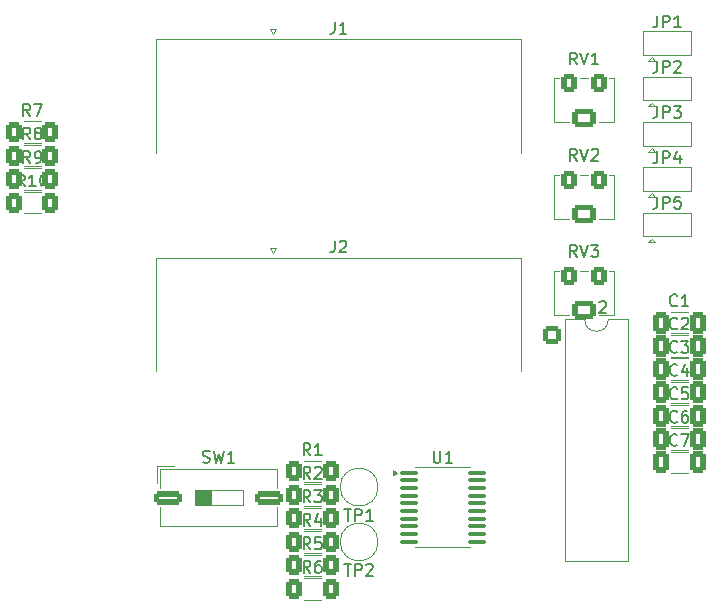
<source format=gbr>
%TF.GenerationSoftware,KiCad,Pcbnew,9.0.6*%
%TF.CreationDate,2026-01-17T14:07:05+01:00*%
%TF.ProjectId,icncconv,69636e63-636f-46e7-962e-6b696361645f,rev?*%
%TF.SameCoordinates,Original*%
%TF.FileFunction,Legend,Top*%
%TF.FilePolarity,Positive*%
%FSLAX46Y46*%
G04 Gerber Fmt 4.6, Leading zero omitted, Abs format (unit mm)*
G04 Created by KiCad (PCBNEW 9.0.6) date 2026-01-17 14:07:05*
%MOMM*%
%LPD*%
G01*
G04 APERTURE LIST*
G04 Aperture macros list*
%AMRoundRect*
0 Rectangle with rounded corners*
0 $1 Rounding radius*
0 $2 $3 $4 $5 $6 $7 $8 $9 X,Y pos of 4 corners*
0 Add a 4 corners polygon primitive as box body*
4,1,4,$2,$3,$4,$5,$6,$7,$8,$9,$2,$3,0*
0 Add four circle primitives for the rounded corners*
1,1,$1+$1,$2,$3*
1,1,$1+$1,$4,$5*
1,1,$1+$1,$6,$7*
1,1,$1+$1,$8,$9*
0 Add four rect primitives between the rounded corners*
20,1,$1+$1,$2,$3,$4,$5,0*
20,1,$1+$1,$4,$5,$6,$7,0*
20,1,$1+$1,$6,$7,$8,$9,0*
20,1,$1+$1,$8,$9,$2,$3,0*%
G04 Aperture macros list end*
%ADD10C,0.150000*%
%ADD11C,0.120000*%
%ADD12RoundRect,0.250000X-0.400000X-0.550000X0.400000X-0.550000X0.400000X0.550000X-0.400000X0.550000X0*%
%ADD13RoundRect,0.250000X-0.750000X-0.550000X0.750000X-0.550000X0.750000X0.550000X-0.750000X0.550000X0*%
%ADD14RoundRect,0.250000X-0.400000X-0.625000X0.400000X-0.625000X0.400000X0.625000X-0.400000X0.625000X0*%
%ADD15RoundRect,0.250000X-0.412500X-0.650000X0.412500X-0.650000X0.412500X0.650000X-0.412500X0.650000X0*%
%ADD16RoundRect,0.250000X-0.550000X-0.550000X0.550000X-0.550000X0.550000X0.550000X-0.550000X0.550000X0*%
%ADD17C,1.600000*%
%ADD18RoundRect,0.100000X-0.637500X-0.100000X0.637500X-0.100000X0.637500X0.100000X-0.637500X0.100000X0*%
%ADD19C,2.600000*%
%ADD20RoundRect,0.250000X-0.970000X-0.310000X0.970000X-0.310000X0.970000X0.310000X-0.970000X0.310000X0*%
%ADD21R,1.000000X1.500000*%
%ADD22C,4.000000*%
%ADD23R,1.600000X1.600000*%
G04 APERTURE END LIST*
D10*
X180034761Y-104094819D02*
X179701428Y-103618628D01*
X179463333Y-104094819D02*
X179463333Y-103094819D01*
X179463333Y-103094819D02*
X179844285Y-103094819D01*
X179844285Y-103094819D02*
X179939523Y-103142438D01*
X179939523Y-103142438D02*
X179987142Y-103190057D01*
X179987142Y-103190057D02*
X180034761Y-103285295D01*
X180034761Y-103285295D02*
X180034761Y-103428152D01*
X180034761Y-103428152D02*
X179987142Y-103523390D01*
X179987142Y-103523390D02*
X179939523Y-103571009D01*
X179939523Y-103571009D02*
X179844285Y-103618628D01*
X179844285Y-103618628D02*
X179463333Y-103618628D01*
X180320476Y-103094819D02*
X180653809Y-104094819D01*
X180653809Y-104094819D02*
X180987142Y-103094819D01*
X181225238Y-103094819D02*
X181844285Y-103094819D01*
X181844285Y-103094819D02*
X181510952Y-103475771D01*
X181510952Y-103475771D02*
X181653809Y-103475771D01*
X181653809Y-103475771D02*
X181749047Y-103523390D01*
X181749047Y-103523390D02*
X181796666Y-103571009D01*
X181796666Y-103571009D02*
X181844285Y-103666247D01*
X181844285Y-103666247D02*
X181844285Y-103904342D01*
X181844285Y-103904342D02*
X181796666Y-103999580D01*
X181796666Y-103999580D02*
X181749047Y-104047200D01*
X181749047Y-104047200D02*
X181653809Y-104094819D01*
X181653809Y-104094819D02*
X181368095Y-104094819D01*
X181368095Y-104094819D02*
X181272857Y-104047200D01*
X181272857Y-104047200D02*
X181225238Y-103999580D01*
X180034761Y-95944819D02*
X179701428Y-95468628D01*
X179463333Y-95944819D02*
X179463333Y-94944819D01*
X179463333Y-94944819D02*
X179844285Y-94944819D01*
X179844285Y-94944819D02*
X179939523Y-94992438D01*
X179939523Y-94992438D02*
X179987142Y-95040057D01*
X179987142Y-95040057D02*
X180034761Y-95135295D01*
X180034761Y-95135295D02*
X180034761Y-95278152D01*
X180034761Y-95278152D02*
X179987142Y-95373390D01*
X179987142Y-95373390D02*
X179939523Y-95421009D01*
X179939523Y-95421009D02*
X179844285Y-95468628D01*
X179844285Y-95468628D02*
X179463333Y-95468628D01*
X180320476Y-94944819D02*
X180653809Y-95944819D01*
X180653809Y-95944819D02*
X180987142Y-94944819D01*
X181272857Y-95040057D02*
X181320476Y-94992438D01*
X181320476Y-94992438D02*
X181415714Y-94944819D01*
X181415714Y-94944819D02*
X181653809Y-94944819D01*
X181653809Y-94944819D02*
X181749047Y-94992438D01*
X181749047Y-94992438D02*
X181796666Y-95040057D01*
X181796666Y-95040057D02*
X181844285Y-95135295D01*
X181844285Y-95135295D02*
X181844285Y-95230533D01*
X181844285Y-95230533D02*
X181796666Y-95373390D01*
X181796666Y-95373390D02*
X181225238Y-95944819D01*
X181225238Y-95944819D02*
X181844285Y-95944819D01*
X180034761Y-87794819D02*
X179701428Y-87318628D01*
X179463333Y-87794819D02*
X179463333Y-86794819D01*
X179463333Y-86794819D02*
X179844285Y-86794819D01*
X179844285Y-86794819D02*
X179939523Y-86842438D01*
X179939523Y-86842438D02*
X179987142Y-86890057D01*
X179987142Y-86890057D02*
X180034761Y-86985295D01*
X180034761Y-86985295D02*
X180034761Y-87128152D01*
X180034761Y-87128152D02*
X179987142Y-87223390D01*
X179987142Y-87223390D02*
X179939523Y-87271009D01*
X179939523Y-87271009D02*
X179844285Y-87318628D01*
X179844285Y-87318628D02*
X179463333Y-87318628D01*
X180320476Y-86794819D02*
X180653809Y-87794819D01*
X180653809Y-87794819D02*
X180987142Y-86794819D01*
X181844285Y-87794819D02*
X181272857Y-87794819D01*
X181558571Y-87794819D02*
X181558571Y-86794819D01*
X181558571Y-86794819D02*
X181463333Y-86937676D01*
X181463333Y-86937676D02*
X181368095Y-87032914D01*
X181368095Y-87032914D02*
X181272857Y-87080533D01*
X133259642Y-98124819D02*
X132926309Y-97648628D01*
X132688214Y-98124819D02*
X132688214Y-97124819D01*
X132688214Y-97124819D02*
X133069166Y-97124819D01*
X133069166Y-97124819D02*
X133164404Y-97172438D01*
X133164404Y-97172438D02*
X133212023Y-97220057D01*
X133212023Y-97220057D02*
X133259642Y-97315295D01*
X133259642Y-97315295D02*
X133259642Y-97458152D01*
X133259642Y-97458152D02*
X133212023Y-97553390D01*
X133212023Y-97553390D02*
X133164404Y-97601009D01*
X133164404Y-97601009D02*
X133069166Y-97648628D01*
X133069166Y-97648628D02*
X132688214Y-97648628D01*
X134212023Y-98124819D02*
X133640595Y-98124819D01*
X133926309Y-98124819D02*
X133926309Y-97124819D01*
X133926309Y-97124819D02*
X133831071Y-97267676D01*
X133831071Y-97267676D02*
X133735833Y-97362914D01*
X133735833Y-97362914D02*
X133640595Y-97410533D01*
X134831071Y-97124819D02*
X134926309Y-97124819D01*
X134926309Y-97124819D02*
X135021547Y-97172438D01*
X135021547Y-97172438D02*
X135069166Y-97220057D01*
X135069166Y-97220057D02*
X135116785Y-97315295D01*
X135116785Y-97315295D02*
X135164404Y-97505771D01*
X135164404Y-97505771D02*
X135164404Y-97743866D01*
X135164404Y-97743866D02*
X135116785Y-97934342D01*
X135116785Y-97934342D02*
X135069166Y-98029580D01*
X135069166Y-98029580D02*
X135021547Y-98077200D01*
X135021547Y-98077200D02*
X134926309Y-98124819D01*
X134926309Y-98124819D02*
X134831071Y-98124819D01*
X134831071Y-98124819D02*
X134735833Y-98077200D01*
X134735833Y-98077200D02*
X134688214Y-98029580D01*
X134688214Y-98029580D02*
X134640595Y-97934342D01*
X134640595Y-97934342D02*
X134592976Y-97743866D01*
X134592976Y-97743866D02*
X134592976Y-97505771D01*
X134592976Y-97505771D02*
X134640595Y-97315295D01*
X134640595Y-97315295D02*
X134688214Y-97220057D01*
X134688214Y-97220057D02*
X134735833Y-97172438D01*
X134735833Y-97172438D02*
X134831071Y-97124819D01*
X133735833Y-96134819D02*
X133402500Y-95658628D01*
X133164405Y-96134819D02*
X133164405Y-95134819D01*
X133164405Y-95134819D02*
X133545357Y-95134819D01*
X133545357Y-95134819D02*
X133640595Y-95182438D01*
X133640595Y-95182438D02*
X133688214Y-95230057D01*
X133688214Y-95230057D02*
X133735833Y-95325295D01*
X133735833Y-95325295D02*
X133735833Y-95468152D01*
X133735833Y-95468152D02*
X133688214Y-95563390D01*
X133688214Y-95563390D02*
X133640595Y-95611009D01*
X133640595Y-95611009D02*
X133545357Y-95658628D01*
X133545357Y-95658628D02*
X133164405Y-95658628D01*
X134212024Y-96134819D02*
X134402500Y-96134819D01*
X134402500Y-96134819D02*
X134497738Y-96087200D01*
X134497738Y-96087200D02*
X134545357Y-96039580D01*
X134545357Y-96039580D02*
X134640595Y-95896723D01*
X134640595Y-95896723D02*
X134688214Y-95706247D01*
X134688214Y-95706247D02*
X134688214Y-95325295D01*
X134688214Y-95325295D02*
X134640595Y-95230057D01*
X134640595Y-95230057D02*
X134592976Y-95182438D01*
X134592976Y-95182438D02*
X134497738Y-95134819D01*
X134497738Y-95134819D02*
X134307262Y-95134819D01*
X134307262Y-95134819D02*
X134212024Y-95182438D01*
X134212024Y-95182438D02*
X134164405Y-95230057D01*
X134164405Y-95230057D02*
X134116786Y-95325295D01*
X134116786Y-95325295D02*
X134116786Y-95563390D01*
X134116786Y-95563390D02*
X134164405Y-95658628D01*
X134164405Y-95658628D02*
X134212024Y-95706247D01*
X134212024Y-95706247D02*
X134307262Y-95753866D01*
X134307262Y-95753866D02*
X134497738Y-95753866D01*
X134497738Y-95753866D02*
X134592976Y-95706247D01*
X134592976Y-95706247D02*
X134640595Y-95658628D01*
X134640595Y-95658628D02*
X134688214Y-95563390D01*
X133735833Y-94144819D02*
X133402500Y-93668628D01*
X133164405Y-94144819D02*
X133164405Y-93144819D01*
X133164405Y-93144819D02*
X133545357Y-93144819D01*
X133545357Y-93144819D02*
X133640595Y-93192438D01*
X133640595Y-93192438D02*
X133688214Y-93240057D01*
X133688214Y-93240057D02*
X133735833Y-93335295D01*
X133735833Y-93335295D02*
X133735833Y-93478152D01*
X133735833Y-93478152D02*
X133688214Y-93573390D01*
X133688214Y-93573390D02*
X133640595Y-93621009D01*
X133640595Y-93621009D02*
X133545357Y-93668628D01*
X133545357Y-93668628D02*
X133164405Y-93668628D01*
X134307262Y-93573390D02*
X134212024Y-93525771D01*
X134212024Y-93525771D02*
X134164405Y-93478152D01*
X134164405Y-93478152D02*
X134116786Y-93382914D01*
X134116786Y-93382914D02*
X134116786Y-93335295D01*
X134116786Y-93335295D02*
X134164405Y-93240057D01*
X134164405Y-93240057D02*
X134212024Y-93192438D01*
X134212024Y-93192438D02*
X134307262Y-93144819D01*
X134307262Y-93144819D02*
X134497738Y-93144819D01*
X134497738Y-93144819D02*
X134592976Y-93192438D01*
X134592976Y-93192438D02*
X134640595Y-93240057D01*
X134640595Y-93240057D02*
X134688214Y-93335295D01*
X134688214Y-93335295D02*
X134688214Y-93382914D01*
X134688214Y-93382914D02*
X134640595Y-93478152D01*
X134640595Y-93478152D02*
X134592976Y-93525771D01*
X134592976Y-93525771D02*
X134497738Y-93573390D01*
X134497738Y-93573390D02*
X134307262Y-93573390D01*
X134307262Y-93573390D02*
X134212024Y-93621009D01*
X134212024Y-93621009D02*
X134164405Y-93668628D01*
X134164405Y-93668628D02*
X134116786Y-93763866D01*
X134116786Y-93763866D02*
X134116786Y-93954342D01*
X134116786Y-93954342D02*
X134164405Y-94049580D01*
X134164405Y-94049580D02*
X134212024Y-94097200D01*
X134212024Y-94097200D02*
X134307262Y-94144819D01*
X134307262Y-94144819D02*
X134497738Y-94144819D01*
X134497738Y-94144819D02*
X134592976Y-94097200D01*
X134592976Y-94097200D02*
X134640595Y-94049580D01*
X134640595Y-94049580D02*
X134688214Y-93954342D01*
X134688214Y-93954342D02*
X134688214Y-93763866D01*
X134688214Y-93763866D02*
X134640595Y-93668628D01*
X134640595Y-93668628D02*
X134592976Y-93621009D01*
X134592976Y-93621009D02*
X134497738Y-93573390D01*
X133735833Y-92154819D02*
X133402500Y-91678628D01*
X133164405Y-92154819D02*
X133164405Y-91154819D01*
X133164405Y-91154819D02*
X133545357Y-91154819D01*
X133545357Y-91154819D02*
X133640595Y-91202438D01*
X133640595Y-91202438D02*
X133688214Y-91250057D01*
X133688214Y-91250057D02*
X133735833Y-91345295D01*
X133735833Y-91345295D02*
X133735833Y-91488152D01*
X133735833Y-91488152D02*
X133688214Y-91583390D01*
X133688214Y-91583390D02*
X133640595Y-91631009D01*
X133640595Y-91631009D02*
X133545357Y-91678628D01*
X133545357Y-91678628D02*
X133164405Y-91678628D01*
X134069167Y-91154819D02*
X134735833Y-91154819D01*
X134735833Y-91154819D02*
X134307262Y-92154819D01*
X157463333Y-130824819D02*
X157130000Y-130348628D01*
X156891905Y-130824819D02*
X156891905Y-129824819D01*
X156891905Y-129824819D02*
X157272857Y-129824819D01*
X157272857Y-129824819D02*
X157368095Y-129872438D01*
X157368095Y-129872438D02*
X157415714Y-129920057D01*
X157415714Y-129920057D02*
X157463333Y-130015295D01*
X157463333Y-130015295D02*
X157463333Y-130158152D01*
X157463333Y-130158152D02*
X157415714Y-130253390D01*
X157415714Y-130253390D02*
X157368095Y-130301009D01*
X157368095Y-130301009D02*
X157272857Y-130348628D01*
X157272857Y-130348628D02*
X156891905Y-130348628D01*
X158320476Y-129824819D02*
X158130000Y-129824819D01*
X158130000Y-129824819D02*
X158034762Y-129872438D01*
X158034762Y-129872438D02*
X157987143Y-129920057D01*
X157987143Y-129920057D02*
X157891905Y-130062914D01*
X157891905Y-130062914D02*
X157844286Y-130253390D01*
X157844286Y-130253390D02*
X157844286Y-130634342D01*
X157844286Y-130634342D02*
X157891905Y-130729580D01*
X157891905Y-130729580D02*
X157939524Y-130777200D01*
X157939524Y-130777200D02*
X158034762Y-130824819D01*
X158034762Y-130824819D02*
X158225238Y-130824819D01*
X158225238Y-130824819D02*
X158320476Y-130777200D01*
X158320476Y-130777200D02*
X158368095Y-130729580D01*
X158368095Y-130729580D02*
X158415714Y-130634342D01*
X158415714Y-130634342D02*
X158415714Y-130396247D01*
X158415714Y-130396247D02*
X158368095Y-130301009D01*
X158368095Y-130301009D02*
X158320476Y-130253390D01*
X158320476Y-130253390D02*
X158225238Y-130205771D01*
X158225238Y-130205771D02*
X158034762Y-130205771D01*
X158034762Y-130205771D02*
X157939524Y-130253390D01*
X157939524Y-130253390D02*
X157891905Y-130301009D01*
X157891905Y-130301009D02*
X157844286Y-130396247D01*
X157463333Y-128834819D02*
X157130000Y-128358628D01*
X156891905Y-128834819D02*
X156891905Y-127834819D01*
X156891905Y-127834819D02*
X157272857Y-127834819D01*
X157272857Y-127834819D02*
X157368095Y-127882438D01*
X157368095Y-127882438D02*
X157415714Y-127930057D01*
X157415714Y-127930057D02*
X157463333Y-128025295D01*
X157463333Y-128025295D02*
X157463333Y-128168152D01*
X157463333Y-128168152D02*
X157415714Y-128263390D01*
X157415714Y-128263390D02*
X157368095Y-128311009D01*
X157368095Y-128311009D02*
X157272857Y-128358628D01*
X157272857Y-128358628D02*
X156891905Y-128358628D01*
X158368095Y-127834819D02*
X157891905Y-127834819D01*
X157891905Y-127834819D02*
X157844286Y-128311009D01*
X157844286Y-128311009D02*
X157891905Y-128263390D01*
X157891905Y-128263390D02*
X157987143Y-128215771D01*
X157987143Y-128215771D02*
X158225238Y-128215771D01*
X158225238Y-128215771D02*
X158320476Y-128263390D01*
X158320476Y-128263390D02*
X158368095Y-128311009D01*
X158368095Y-128311009D02*
X158415714Y-128406247D01*
X158415714Y-128406247D02*
X158415714Y-128644342D01*
X158415714Y-128644342D02*
X158368095Y-128739580D01*
X158368095Y-128739580D02*
X158320476Y-128787200D01*
X158320476Y-128787200D02*
X158225238Y-128834819D01*
X158225238Y-128834819D02*
X157987143Y-128834819D01*
X157987143Y-128834819D02*
X157891905Y-128787200D01*
X157891905Y-128787200D02*
X157844286Y-128739580D01*
X157463333Y-126844819D02*
X157130000Y-126368628D01*
X156891905Y-126844819D02*
X156891905Y-125844819D01*
X156891905Y-125844819D02*
X157272857Y-125844819D01*
X157272857Y-125844819D02*
X157368095Y-125892438D01*
X157368095Y-125892438D02*
X157415714Y-125940057D01*
X157415714Y-125940057D02*
X157463333Y-126035295D01*
X157463333Y-126035295D02*
X157463333Y-126178152D01*
X157463333Y-126178152D02*
X157415714Y-126273390D01*
X157415714Y-126273390D02*
X157368095Y-126321009D01*
X157368095Y-126321009D02*
X157272857Y-126368628D01*
X157272857Y-126368628D02*
X156891905Y-126368628D01*
X158320476Y-126178152D02*
X158320476Y-126844819D01*
X158082381Y-125797200D02*
X157844286Y-126511485D01*
X157844286Y-126511485D02*
X158463333Y-126511485D01*
X157463333Y-124854819D02*
X157130000Y-124378628D01*
X156891905Y-124854819D02*
X156891905Y-123854819D01*
X156891905Y-123854819D02*
X157272857Y-123854819D01*
X157272857Y-123854819D02*
X157368095Y-123902438D01*
X157368095Y-123902438D02*
X157415714Y-123950057D01*
X157415714Y-123950057D02*
X157463333Y-124045295D01*
X157463333Y-124045295D02*
X157463333Y-124188152D01*
X157463333Y-124188152D02*
X157415714Y-124283390D01*
X157415714Y-124283390D02*
X157368095Y-124331009D01*
X157368095Y-124331009D02*
X157272857Y-124378628D01*
X157272857Y-124378628D02*
X156891905Y-124378628D01*
X157796667Y-123854819D02*
X158415714Y-123854819D01*
X158415714Y-123854819D02*
X158082381Y-124235771D01*
X158082381Y-124235771D02*
X158225238Y-124235771D01*
X158225238Y-124235771D02*
X158320476Y-124283390D01*
X158320476Y-124283390D02*
X158368095Y-124331009D01*
X158368095Y-124331009D02*
X158415714Y-124426247D01*
X158415714Y-124426247D02*
X158415714Y-124664342D01*
X158415714Y-124664342D02*
X158368095Y-124759580D01*
X158368095Y-124759580D02*
X158320476Y-124807200D01*
X158320476Y-124807200D02*
X158225238Y-124854819D01*
X158225238Y-124854819D02*
X157939524Y-124854819D01*
X157939524Y-124854819D02*
X157844286Y-124807200D01*
X157844286Y-124807200D02*
X157796667Y-124759580D01*
X157463333Y-122864819D02*
X157130000Y-122388628D01*
X156891905Y-122864819D02*
X156891905Y-121864819D01*
X156891905Y-121864819D02*
X157272857Y-121864819D01*
X157272857Y-121864819D02*
X157368095Y-121912438D01*
X157368095Y-121912438D02*
X157415714Y-121960057D01*
X157415714Y-121960057D02*
X157463333Y-122055295D01*
X157463333Y-122055295D02*
X157463333Y-122198152D01*
X157463333Y-122198152D02*
X157415714Y-122293390D01*
X157415714Y-122293390D02*
X157368095Y-122341009D01*
X157368095Y-122341009D02*
X157272857Y-122388628D01*
X157272857Y-122388628D02*
X156891905Y-122388628D01*
X157844286Y-121960057D02*
X157891905Y-121912438D01*
X157891905Y-121912438D02*
X157987143Y-121864819D01*
X157987143Y-121864819D02*
X158225238Y-121864819D01*
X158225238Y-121864819D02*
X158320476Y-121912438D01*
X158320476Y-121912438D02*
X158368095Y-121960057D01*
X158368095Y-121960057D02*
X158415714Y-122055295D01*
X158415714Y-122055295D02*
X158415714Y-122150533D01*
X158415714Y-122150533D02*
X158368095Y-122293390D01*
X158368095Y-122293390D02*
X157796667Y-122864819D01*
X157796667Y-122864819D02*
X158415714Y-122864819D01*
X157463333Y-120874819D02*
X157130000Y-120398628D01*
X156891905Y-120874819D02*
X156891905Y-119874819D01*
X156891905Y-119874819D02*
X157272857Y-119874819D01*
X157272857Y-119874819D02*
X157368095Y-119922438D01*
X157368095Y-119922438D02*
X157415714Y-119970057D01*
X157415714Y-119970057D02*
X157463333Y-120065295D01*
X157463333Y-120065295D02*
X157463333Y-120208152D01*
X157463333Y-120208152D02*
X157415714Y-120303390D01*
X157415714Y-120303390D02*
X157368095Y-120351009D01*
X157368095Y-120351009D02*
X157272857Y-120398628D01*
X157272857Y-120398628D02*
X156891905Y-120398628D01*
X158415714Y-120874819D02*
X157844286Y-120874819D01*
X158130000Y-120874819D02*
X158130000Y-119874819D01*
X158130000Y-119874819D02*
X158034762Y-120017676D01*
X158034762Y-120017676D02*
X157939524Y-120112914D01*
X157939524Y-120112914D02*
X157844286Y-120160533D01*
X188523333Y-119989580D02*
X188475714Y-120037200D01*
X188475714Y-120037200D02*
X188332857Y-120084819D01*
X188332857Y-120084819D02*
X188237619Y-120084819D01*
X188237619Y-120084819D02*
X188094762Y-120037200D01*
X188094762Y-120037200D02*
X187999524Y-119941961D01*
X187999524Y-119941961D02*
X187951905Y-119846723D01*
X187951905Y-119846723D02*
X187904286Y-119656247D01*
X187904286Y-119656247D02*
X187904286Y-119513390D01*
X187904286Y-119513390D02*
X187951905Y-119322914D01*
X187951905Y-119322914D02*
X187999524Y-119227676D01*
X187999524Y-119227676D02*
X188094762Y-119132438D01*
X188094762Y-119132438D02*
X188237619Y-119084819D01*
X188237619Y-119084819D02*
X188332857Y-119084819D01*
X188332857Y-119084819D02*
X188475714Y-119132438D01*
X188475714Y-119132438D02*
X188523333Y-119180057D01*
X188856667Y-119084819D02*
X189523333Y-119084819D01*
X189523333Y-119084819D02*
X189094762Y-120084819D01*
X188523333Y-118019580D02*
X188475714Y-118067200D01*
X188475714Y-118067200D02*
X188332857Y-118114819D01*
X188332857Y-118114819D02*
X188237619Y-118114819D01*
X188237619Y-118114819D02*
X188094762Y-118067200D01*
X188094762Y-118067200D02*
X187999524Y-117971961D01*
X187999524Y-117971961D02*
X187951905Y-117876723D01*
X187951905Y-117876723D02*
X187904286Y-117686247D01*
X187904286Y-117686247D02*
X187904286Y-117543390D01*
X187904286Y-117543390D02*
X187951905Y-117352914D01*
X187951905Y-117352914D02*
X187999524Y-117257676D01*
X187999524Y-117257676D02*
X188094762Y-117162438D01*
X188094762Y-117162438D02*
X188237619Y-117114819D01*
X188237619Y-117114819D02*
X188332857Y-117114819D01*
X188332857Y-117114819D02*
X188475714Y-117162438D01*
X188475714Y-117162438D02*
X188523333Y-117210057D01*
X189380476Y-117114819D02*
X189190000Y-117114819D01*
X189190000Y-117114819D02*
X189094762Y-117162438D01*
X189094762Y-117162438D02*
X189047143Y-117210057D01*
X189047143Y-117210057D02*
X188951905Y-117352914D01*
X188951905Y-117352914D02*
X188904286Y-117543390D01*
X188904286Y-117543390D02*
X188904286Y-117924342D01*
X188904286Y-117924342D02*
X188951905Y-118019580D01*
X188951905Y-118019580D02*
X188999524Y-118067200D01*
X188999524Y-118067200D02*
X189094762Y-118114819D01*
X189094762Y-118114819D02*
X189285238Y-118114819D01*
X189285238Y-118114819D02*
X189380476Y-118067200D01*
X189380476Y-118067200D02*
X189428095Y-118019580D01*
X189428095Y-118019580D02*
X189475714Y-117924342D01*
X189475714Y-117924342D02*
X189475714Y-117686247D01*
X189475714Y-117686247D02*
X189428095Y-117591009D01*
X189428095Y-117591009D02*
X189380476Y-117543390D01*
X189380476Y-117543390D02*
X189285238Y-117495771D01*
X189285238Y-117495771D02*
X189094762Y-117495771D01*
X189094762Y-117495771D02*
X188999524Y-117543390D01*
X188999524Y-117543390D02*
X188951905Y-117591009D01*
X188951905Y-117591009D02*
X188904286Y-117686247D01*
X188523333Y-116049580D02*
X188475714Y-116097200D01*
X188475714Y-116097200D02*
X188332857Y-116144819D01*
X188332857Y-116144819D02*
X188237619Y-116144819D01*
X188237619Y-116144819D02*
X188094762Y-116097200D01*
X188094762Y-116097200D02*
X187999524Y-116001961D01*
X187999524Y-116001961D02*
X187951905Y-115906723D01*
X187951905Y-115906723D02*
X187904286Y-115716247D01*
X187904286Y-115716247D02*
X187904286Y-115573390D01*
X187904286Y-115573390D02*
X187951905Y-115382914D01*
X187951905Y-115382914D02*
X187999524Y-115287676D01*
X187999524Y-115287676D02*
X188094762Y-115192438D01*
X188094762Y-115192438D02*
X188237619Y-115144819D01*
X188237619Y-115144819D02*
X188332857Y-115144819D01*
X188332857Y-115144819D02*
X188475714Y-115192438D01*
X188475714Y-115192438D02*
X188523333Y-115240057D01*
X189428095Y-115144819D02*
X188951905Y-115144819D01*
X188951905Y-115144819D02*
X188904286Y-115621009D01*
X188904286Y-115621009D02*
X188951905Y-115573390D01*
X188951905Y-115573390D02*
X189047143Y-115525771D01*
X189047143Y-115525771D02*
X189285238Y-115525771D01*
X189285238Y-115525771D02*
X189380476Y-115573390D01*
X189380476Y-115573390D02*
X189428095Y-115621009D01*
X189428095Y-115621009D02*
X189475714Y-115716247D01*
X189475714Y-115716247D02*
X189475714Y-115954342D01*
X189475714Y-115954342D02*
X189428095Y-116049580D01*
X189428095Y-116049580D02*
X189380476Y-116097200D01*
X189380476Y-116097200D02*
X189285238Y-116144819D01*
X189285238Y-116144819D02*
X189047143Y-116144819D01*
X189047143Y-116144819D02*
X188951905Y-116097200D01*
X188951905Y-116097200D02*
X188904286Y-116049580D01*
X188523333Y-114079580D02*
X188475714Y-114127200D01*
X188475714Y-114127200D02*
X188332857Y-114174819D01*
X188332857Y-114174819D02*
X188237619Y-114174819D01*
X188237619Y-114174819D02*
X188094762Y-114127200D01*
X188094762Y-114127200D02*
X187999524Y-114031961D01*
X187999524Y-114031961D02*
X187951905Y-113936723D01*
X187951905Y-113936723D02*
X187904286Y-113746247D01*
X187904286Y-113746247D02*
X187904286Y-113603390D01*
X187904286Y-113603390D02*
X187951905Y-113412914D01*
X187951905Y-113412914D02*
X187999524Y-113317676D01*
X187999524Y-113317676D02*
X188094762Y-113222438D01*
X188094762Y-113222438D02*
X188237619Y-113174819D01*
X188237619Y-113174819D02*
X188332857Y-113174819D01*
X188332857Y-113174819D02*
X188475714Y-113222438D01*
X188475714Y-113222438D02*
X188523333Y-113270057D01*
X189380476Y-113508152D02*
X189380476Y-114174819D01*
X189142381Y-113127200D02*
X188904286Y-113841485D01*
X188904286Y-113841485D02*
X189523333Y-113841485D01*
X188523333Y-112109580D02*
X188475714Y-112157200D01*
X188475714Y-112157200D02*
X188332857Y-112204819D01*
X188332857Y-112204819D02*
X188237619Y-112204819D01*
X188237619Y-112204819D02*
X188094762Y-112157200D01*
X188094762Y-112157200D02*
X187999524Y-112061961D01*
X187999524Y-112061961D02*
X187951905Y-111966723D01*
X187951905Y-111966723D02*
X187904286Y-111776247D01*
X187904286Y-111776247D02*
X187904286Y-111633390D01*
X187904286Y-111633390D02*
X187951905Y-111442914D01*
X187951905Y-111442914D02*
X187999524Y-111347676D01*
X187999524Y-111347676D02*
X188094762Y-111252438D01*
X188094762Y-111252438D02*
X188237619Y-111204819D01*
X188237619Y-111204819D02*
X188332857Y-111204819D01*
X188332857Y-111204819D02*
X188475714Y-111252438D01*
X188475714Y-111252438D02*
X188523333Y-111300057D01*
X188856667Y-111204819D02*
X189475714Y-111204819D01*
X189475714Y-111204819D02*
X189142381Y-111585771D01*
X189142381Y-111585771D02*
X189285238Y-111585771D01*
X189285238Y-111585771D02*
X189380476Y-111633390D01*
X189380476Y-111633390D02*
X189428095Y-111681009D01*
X189428095Y-111681009D02*
X189475714Y-111776247D01*
X189475714Y-111776247D02*
X189475714Y-112014342D01*
X189475714Y-112014342D02*
X189428095Y-112109580D01*
X189428095Y-112109580D02*
X189380476Y-112157200D01*
X189380476Y-112157200D02*
X189285238Y-112204819D01*
X189285238Y-112204819D02*
X188999524Y-112204819D01*
X188999524Y-112204819D02*
X188904286Y-112157200D01*
X188904286Y-112157200D02*
X188856667Y-112109580D01*
X188523333Y-110139580D02*
X188475714Y-110187200D01*
X188475714Y-110187200D02*
X188332857Y-110234819D01*
X188332857Y-110234819D02*
X188237619Y-110234819D01*
X188237619Y-110234819D02*
X188094762Y-110187200D01*
X188094762Y-110187200D02*
X187999524Y-110091961D01*
X187999524Y-110091961D02*
X187951905Y-109996723D01*
X187951905Y-109996723D02*
X187904286Y-109806247D01*
X187904286Y-109806247D02*
X187904286Y-109663390D01*
X187904286Y-109663390D02*
X187951905Y-109472914D01*
X187951905Y-109472914D02*
X187999524Y-109377676D01*
X187999524Y-109377676D02*
X188094762Y-109282438D01*
X188094762Y-109282438D02*
X188237619Y-109234819D01*
X188237619Y-109234819D02*
X188332857Y-109234819D01*
X188332857Y-109234819D02*
X188475714Y-109282438D01*
X188475714Y-109282438D02*
X188523333Y-109330057D01*
X188904286Y-109330057D02*
X188951905Y-109282438D01*
X188951905Y-109282438D02*
X189047143Y-109234819D01*
X189047143Y-109234819D02*
X189285238Y-109234819D01*
X189285238Y-109234819D02*
X189380476Y-109282438D01*
X189380476Y-109282438D02*
X189428095Y-109330057D01*
X189428095Y-109330057D02*
X189475714Y-109425295D01*
X189475714Y-109425295D02*
X189475714Y-109520533D01*
X189475714Y-109520533D02*
X189428095Y-109663390D01*
X189428095Y-109663390D02*
X188856667Y-110234819D01*
X188856667Y-110234819D02*
X189475714Y-110234819D01*
X188523333Y-108169580D02*
X188475714Y-108217200D01*
X188475714Y-108217200D02*
X188332857Y-108264819D01*
X188332857Y-108264819D02*
X188237619Y-108264819D01*
X188237619Y-108264819D02*
X188094762Y-108217200D01*
X188094762Y-108217200D02*
X187999524Y-108121961D01*
X187999524Y-108121961D02*
X187951905Y-108026723D01*
X187951905Y-108026723D02*
X187904286Y-107836247D01*
X187904286Y-107836247D02*
X187904286Y-107693390D01*
X187904286Y-107693390D02*
X187951905Y-107502914D01*
X187951905Y-107502914D02*
X187999524Y-107407676D01*
X187999524Y-107407676D02*
X188094762Y-107312438D01*
X188094762Y-107312438D02*
X188237619Y-107264819D01*
X188237619Y-107264819D02*
X188332857Y-107264819D01*
X188332857Y-107264819D02*
X188475714Y-107312438D01*
X188475714Y-107312438D02*
X188523333Y-107360057D01*
X189475714Y-108264819D02*
X188904286Y-108264819D01*
X189190000Y-108264819D02*
X189190000Y-107264819D01*
X189190000Y-107264819D02*
X189094762Y-107407676D01*
X189094762Y-107407676D02*
X188999524Y-107502914D01*
X188999524Y-107502914D02*
X188904286Y-107550533D01*
X180928095Y-107844819D02*
X180928095Y-108654342D01*
X180928095Y-108654342D02*
X180975714Y-108749580D01*
X180975714Y-108749580D02*
X181023333Y-108797200D01*
X181023333Y-108797200D02*
X181118571Y-108844819D01*
X181118571Y-108844819D02*
X181309047Y-108844819D01*
X181309047Y-108844819D02*
X181404285Y-108797200D01*
X181404285Y-108797200D02*
X181451904Y-108749580D01*
X181451904Y-108749580D02*
X181499523Y-108654342D01*
X181499523Y-108654342D02*
X181499523Y-107844819D01*
X181928095Y-107940057D02*
X181975714Y-107892438D01*
X181975714Y-107892438D02*
X182070952Y-107844819D01*
X182070952Y-107844819D02*
X182309047Y-107844819D01*
X182309047Y-107844819D02*
X182404285Y-107892438D01*
X182404285Y-107892438D02*
X182451904Y-107940057D01*
X182451904Y-107940057D02*
X182499523Y-108035295D01*
X182499523Y-108035295D02*
X182499523Y-108130533D01*
X182499523Y-108130533D02*
X182451904Y-108273390D01*
X182451904Y-108273390D02*
X181880476Y-108844819D01*
X181880476Y-108844819D02*
X182499523Y-108844819D01*
X167903095Y-120534819D02*
X167903095Y-121344342D01*
X167903095Y-121344342D02*
X167950714Y-121439580D01*
X167950714Y-121439580D02*
X167998333Y-121487200D01*
X167998333Y-121487200D02*
X168093571Y-121534819D01*
X168093571Y-121534819D02*
X168284047Y-121534819D01*
X168284047Y-121534819D02*
X168379285Y-121487200D01*
X168379285Y-121487200D02*
X168426904Y-121439580D01*
X168426904Y-121439580D02*
X168474523Y-121344342D01*
X168474523Y-121344342D02*
X168474523Y-120534819D01*
X169474523Y-121534819D02*
X168903095Y-121534819D01*
X169188809Y-121534819D02*
X169188809Y-120534819D01*
X169188809Y-120534819D02*
X169093571Y-120677676D01*
X169093571Y-120677676D02*
X168998333Y-120772914D01*
X168998333Y-120772914D02*
X168903095Y-120820533D01*
X160328095Y-130084819D02*
X160899523Y-130084819D01*
X160613809Y-131084819D02*
X160613809Y-130084819D01*
X161232857Y-131084819D02*
X161232857Y-130084819D01*
X161232857Y-130084819D02*
X161613809Y-130084819D01*
X161613809Y-130084819D02*
X161709047Y-130132438D01*
X161709047Y-130132438D02*
X161756666Y-130180057D01*
X161756666Y-130180057D02*
X161804285Y-130275295D01*
X161804285Y-130275295D02*
X161804285Y-130418152D01*
X161804285Y-130418152D02*
X161756666Y-130513390D01*
X161756666Y-130513390D02*
X161709047Y-130561009D01*
X161709047Y-130561009D02*
X161613809Y-130608628D01*
X161613809Y-130608628D02*
X161232857Y-130608628D01*
X162185238Y-130180057D02*
X162232857Y-130132438D01*
X162232857Y-130132438D02*
X162328095Y-130084819D01*
X162328095Y-130084819D02*
X162566190Y-130084819D01*
X162566190Y-130084819D02*
X162661428Y-130132438D01*
X162661428Y-130132438D02*
X162709047Y-130180057D01*
X162709047Y-130180057D02*
X162756666Y-130275295D01*
X162756666Y-130275295D02*
X162756666Y-130370533D01*
X162756666Y-130370533D02*
X162709047Y-130513390D01*
X162709047Y-130513390D02*
X162137619Y-131084819D01*
X162137619Y-131084819D02*
X162756666Y-131084819D01*
X160328095Y-125434819D02*
X160899523Y-125434819D01*
X160613809Y-126434819D02*
X160613809Y-125434819D01*
X161232857Y-126434819D02*
X161232857Y-125434819D01*
X161232857Y-125434819D02*
X161613809Y-125434819D01*
X161613809Y-125434819D02*
X161709047Y-125482438D01*
X161709047Y-125482438D02*
X161756666Y-125530057D01*
X161756666Y-125530057D02*
X161804285Y-125625295D01*
X161804285Y-125625295D02*
X161804285Y-125768152D01*
X161804285Y-125768152D02*
X161756666Y-125863390D01*
X161756666Y-125863390D02*
X161709047Y-125911009D01*
X161709047Y-125911009D02*
X161613809Y-125958628D01*
X161613809Y-125958628D02*
X161232857Y-125958628D01*
X162756666Y-126434819D02*
X162185238Y-126434819D01*
X162470952Y-126434819D02*
X162470952Y-125434819D01*
X162470952Y-125434819D02*
X162375714Y-125577676D01*
X162375714Y-125577676D02*
X162280476Y-125672914D01*
X162280476Y-125672914D02*
X162185238Y-125720533D01*
X148356667Y-121462200D02*
X148499524Y-121509819D01*
X148499524Y-121509819D02*
X148737619Y-121509819D01*
X148737619Y-121509819D02*
X148832857Y-121462200D01*
X148832857Y-121462200D02*
X148880476Y-121414580D01*
X148880476Y-121414580D02*
X148928095Y-121319342D01*
X148928095Y-121319342D02*
X148928095Y-121224104D01*
X148928095Y-121224104D02*
X148880476Y-121128866D01*
X148880476Y-121128866D02*
X148832857Y-121081247D01*
X148832857Y-121081247D02*
X148737619Y-121033628D01*
X148737619Y-121033628D02*
X148547143Y-120986009D01*
X148547143Y-120986009D02*
X148451905Y-120938390D01*
X148451905Y-120938390D02*
X148404286Y-120890771D01*
X148404286Y-120890771D02*
X148356667Y-120795533D01*
X148356667Y-120795533D02*
X148356667Y-120700295D01*
X148356667Y-120700295D02*
X148404286Y-120605057D01*
X148404286Y-120605057D02*
X148451905Y-120557438D01*
X148451905Y-120557438D02*
X148547143Y-120509819D01*
X148547143Y-120509819D02*
X148785238Y-120509819D01*
X148785238Y-120509819D02*
X148928095Y-120557438D01*
X149261429Y-120509819D02*
X149499524Y-121509819D01*
X149499524Y-121509819D02*
X149690000Y-120795533D01*
X149690000Y-120795533D02*
X149880476Y-121509819D01*
X149880476Y-121509819D02*
X150118572Y-120509819D01*
X151023333Y-121509819D02*
X150451905Y-121509819D01*
X150737619Y-121509819D02*
X150737619Y-120509819D01*
X150737619Y-120509819D02*
X150642381Y-120652676D01*
X150642381Y-120652676D02*
X150547143Y-120747914D01*
X150547143Y-120747914D02*
X150451905Y-120795533D01*
X186836666Y-98994819D02*
X186836666Y-99709104D01*
X186836666Y-99709104D02*
X186789047Y-99851961D01*
X186789047Y-99851961D02*
X186693809Y-99947200D01*
X186693809Y-99947200D02*
X186550952Y-99994819D01*
X186550952Y-99994819D02*
X186455714Y-99994819D01*
X187312857Y-99994819D02*
X187312857Y-98994819D01*
X187312857Y-98994819D02*
X187693809Y-98994819D01*
X187693809Y-98994819D02*
X187789047Y-99042438D01*
X187789047Y-99042438D02*
X187836666Y-99090057D01*
X187836666Y-99090057D02*
X187884285Y-99185295D01*
X187884285Y-99185295D02*
X187884285Y-99328152D01*
X187884285Y-99328152D02*
X187836666Y-99423390D01*
X187836666Y-99423390D02*
X187789047Y-99471009D01*
X187789047Y-99471009D02*
X187693809Y-99518628D01*
X187693809Y-99518628D02*
X187312857Y-99518628D01*
X188789047Y-98994819D02*
X188312857Y-98994819D01*
X188312857Y-98994819D02*
X188265238Y-99471009D01*
X188265238Y-99471009D02*
X188312857Y-99423390D01*
X188312857Y-99423390D02*
X188408095Y-99375771D01*
X188408095Y-99375771D02*
X188646190Y-99375771D01*
X188646190Y-99375771D02*
X188741428Y-99423390D01*
X188741428Y-99423390D02*
X188789047Y-99471009D01*
X188789047Y-99471009D02*
X188836666Y-99566247D01*
X188836666Y-99566247D02*
X188836666Y-99804342D01*
X188836666Y-99804342D02*
X188789047Y-99899580D01*
X188789047Y-99899580D02*
X188741428Y-99947200D01*
X188741428Y-99947200D02*
X188646190Y-99994819D01*
X188646190Y-99994819D02*
X188408095Y-99994819D01*
X188408095Y-99994819D02*
X188312857Y-99947200D01*
X188312857Y-99947200D02*
X188265238Y-99899580D01*
X186836666Y-95159819D02*
X186836666Y-95874104D01*
X186836666Y-95874104D02*
X186789047Y-96016961D01*
X186789047Y-96016961D02*
X186693809Y-96112200D01*
X186693809Y-96112200D02*
X186550952Y-96159819D01*
X186550952Y-96159819D02*
X186455714Y-96159819D01*
X187312857Y-96159819D02*
X187312857Y-95159819D01*
X187312857Y-95159819D02*
X187693809Y-95159819D01*
X187693809Y-95159819D02*
X187789047Y-95207438D01*
X187789047Y-95207438D02*
X187836666Y-95255057D01*
X187836666Y-95255057D02*
X187884285Y-95350295D01*
X187884285Y-95350295D02*
X187884285Y-95493152D01*
X187884285Y-95493152D02*
X187836666Y-95588390D01*
X187836666Y-95588390D02*
X187789047Y-95636009D01*
X187789047Y-95636009D02*
X187693809Y-95683628D01*
X187693809Y-95683628D02*
X187312857Y-95683628D01*
X188741428Y-95493152D02*
X188741428Y-96159819D01*
X188503333Y-95112200D02*
X188265238Y-95826485D01*
X188265238Y-95826485D02*
X188884285Y-95826485D01*
X186836666Y-91324819D02*
X186836666Y-92039104D01*
X186836666Y-92039104D02*
X186789047Y-92181961D01*
X186789047Y-92181961D02*
X186693809Y-92277200D01*
X186693809Y-92277200D02*
X186550952Y-92324819D01*
X186550952Y-92324819D02*
X186455714Y-92324819D01*
X187312857Y-92324819D02*
X187312857Y-91324819D01*
X187312857Y-91324819D02*
X187693809Y-91324819D01*
X187693809Y-91324819D02*
X187789047Y-91372438D01*
X187789047Y-91372438D02*
X187836666Y-91420057D01*
X187836666Y-91420057D02*
X187884285Y-91515295D01*
X187884285Y-91515295D02*
X187884285Y-91658152D01*
X187884285Y-91658152D02*
X187836666Y-91753390D01*
X187836666Y-91753390D02*
X187789047Y-91801009D01*
X187789047Y-91801009D02*
X187693809Y-91848628D01*
X187693809Y-91848628D02*
X187312857Y-91848628D01*
X188217619Y-91324819D02*
X188836666Y-91324819D01*
X188836666Y-91324819D02*
X188503333Y-91705771D01*
X188503333Y-91705771D02*
X188646190Y-91705771D01*
X188646190Y-91705771D02*
X188741428Y-91753390D01*
X188741428Y-91753390D02*
X188789047Y-91801009D01*
X188789047Y-91801009D02*
X188836666Y-91896247D01*
X188836666Y-91896247D02*
X188836666Y-92134342D01*
X188836666Y-92134342D02*
X188789047Y-92229580D01*
X188789047Y-92229580D02*
X188741428Y-92277200D01*
X188741428Y-92277200D02*
X188646190Y-92324819D01*
X188646190Y-92324819D02*
X188360476Y-92324819D01*
X188360476Y-92324819D02*
X188265238Y-92277200D01*
X188265238Y-92277200D02*
X188217619Y-92229580D01*
X186836666Y-87489819D02*
X186836666Y-88204104D01*
X186836666Y-88204104D02*
X186789047Y-88346961D01*
X186789047Y-88346961D02*
X186693809Y-88442200D01*
X186693809Y-88442200D02*
X186550952Y-88489819D01*
X186550952Y-88489819D02*
X186455714Y-88489819D01*
X187312857Y-88489819D02*
X187312857Y-87489819D01*
X187312857Y-87489819D02*
X187693809Y-87489819D01*
X187693809Y-87489819D02*
X187789047Y-87537438D01*
X187789047Y-87537438D02*
X187836666Y-87585057D01*
X187836666Y-87585057D02*
X187884285Y-87680295D01*
X187884285Y-87680295D02*
X187884285Y-87823152D01*
X187884285Y-87823152D02*
X187836666Y-87918390D01*
X187836666Y-87918390D02*
X187789047Y-87966009D01*
X187789047Y-87966009D02*
X187693809Y-88013628D01*
X187693809Y-88013628D02*
X187312857Y-88013628D01*
X188265238Y-87585057D02*
X188312857Y-87537438D01*
X188312857Y-87537438D02*
X188408095Y-87489819D01*
X188408095Y-87489819D02*
X188646190Y-87489819D01*
X188646190Y-87489819D02*
X188741428Y-87537438D01*
X188741428Y-87537438D02*
X188789047Y-87585057D01*
X188789047Y-87585057D02*
X188836666Y-87680295D01*
X188836666Y-87680295D02*
X188836666Y-87775533D01*
X188836666Y-87775533D02*
X188789047Y-87918390D01*
X188789047Y-87918390D02*
X188217619Y-88489819D01*
X188217619Y-88489819D02*
X188836666Y-88489819D01*
X186836666Y-83654819D02*
X186836666Y-84369104D01*
X186836666Y-84369104D02*
X186789047Y-84511961D01*
X186789047Y-84511961D02*
X186693809Y-84607200D01*
X186693809Y-84607200D02*
X186550952Y-84654819D01*
X186550952Y-84654819D02*
X186455714Y-84654819D01*
X187312857Y-84654819D02*
X187312857Y-83654819D01*
X187312857Y-83654819D02*
X187693809Y-83654819D01*
X187693809Y-83654819D02*
X187789047Y-83702438D01*
X187789047Y-83702438D02*
X187836666Y-83750057D01*
X187836666Y-83750057D02*
X187884285Y-83845295D01*
X187884285Y-83845295D02*
X187884285Y-83988152D01*
X187884285Y-83988152D02*
X187836666Y-84083390D01*
X187836666Y-84083390D02*
X187789047Y-84131009D01*
X187789047Y-84131009D02*
X187693809Y-84178628D01*
X187693809Y-84178628D02*
X187312857Y-84178628D01*
X188836666Y-84654819D02*
X188265238Y-84654819D01*
X188550952Y-84654819D02*
X188550952Y-83654819D01*
X188550952Y-83654819D02*
X188455714Y-83797676D01*
X188455714Y-83797676D02*
X188360476Y-83892914D01*
X188360476Y-83892914D02*
X188265238Y-83940533D01*
X159506666Y-102713495D02*
X159506666Y-103427780D01*
X159506666Y-103427780D02*
X159459047Y-103570637D01*
X159459047Y-103570637D02*
X159363809Y-103665876D01*
X159363809Y-103665876D02*
X159220952Y-103713495D01*
X159220952Y-103713495D02*
X159125714Y-103713495D01*
X159935238Y-102808733D02*
X159982857Y-102761114D01*
X159982857Y-102761114D02*
X160078095Y-102713495D01*
X160078095Y-102713495D02*
X160316190Y-102713495D01*
X160316190Y-102713495D02*
X160411428Y-102761114D01*
X160411428Y-102761114D02*
X160459047Y-102808733D01*
X160459047Y-102808733D02*
X160506666Y-102903971D01*
X160506666Y-102903971D02*
X160506666Y-102999209D01*
X160506666Y-102999209D02*
X160459047Y-103142066D01*
X160459047Y-103142066D02*
X159887619Y-103713495D01*
X159887619Y-103713495D02*
X160506666Y-103713495D01*
X159506666Y-84194157D02*
X159506666Y-84908442D01*
X159506666Y-84908442D02*
X159459047Y-85051299D01*
X159459047Y-85051299D02*
X159363809Y-85146538D01*
X159363809Y-85146538D02*
X159220952Y-85194157D01*
X159220952Y-85194157D02*
X159125714Y-85194157D01*
X160506666Y-85194157D02*
X159935238Y-85194157D01*
X160220952Y-85194157D02*
X160220952Y-84194157D01*
X160220952Y-84194157D02*
X160125714Y-84337014D01*
X160125714Y-84337014D02*
X160030476Y-84432252D01*
X160030476Y-84432252D02*
X159935238Y-84479871D01*
D11*
%TO.C,RV3*%
X178120000Y-105280000D02*
X178500000Y-105280000D01*
X178120000Y-109000000D02*
X178120000Y-105280000D01*
X179400000Y-109000000D02*
X178120000Y-109000000D01*
X180260000Y-105280000D02*
X181000000Y-105280000D01*
X182760000Y-105280000D02*
X183140000Y-105280000D01*
X183140000Y-105280000D02*
X183140000Y-109000000D01*
X183140000Y-109000000D02*
X181860000Y-109000000D01*
%TO.C,RV2*%
X178120000Y-97130000D02*
X178500000Y-97130000D01*
X178120000Y-100850000D02*
X178120000Y-97130000D01*
X179400000Y-100850000D02*
X178120000Y-100850000D01*
X180260000Y-97130000D02*
X181000000Y-97130000D01*
X182760000Y-97130000D02*
X183140000Y-97130000D01*
X183140000Y-97130000D02*
X183140000Y-100850000D01*
X183140000Y-100850000D02*
X181860000Y-100850000D01*
%TO.C,RV1*%
X178120000Y-88980000D02*
X178500000Y-88980000D01*
X178120000Y-92700000D02*
X178120000Y-88980000D01*
X179400000Y-92700000D02*
X178120000Y-92700000D01*
X180260000Y-88980000D02*
X181000000Y-88980000D01*
X182760000Y-88980000D02*
X183140000Y-88980000D01*
X183140000Y-88980000D02*
X183140000Y-92700000D01*
X183140000Y-92700000D02*
X181860000Y-92700000D01*
%TO.C,R10*%
X133175436Y-98590000D02*
X134629564Y-98590000D01*
X133175436Y-100410000D02*
X134629564Y-100410000D01*
%TO.C,R9*%
X133175436Y-96600000D02*
X134629564Y-96600000D01*
X133175436Y-98420000D02*
X134629564Y-98420000D01*
%TO.C,R8*%
X133175436Y-94610000D02*
X134629564Y-94610000D01*
X133175436Y-96430000D02*
X134629564Y-96430000D01*
%TO.C,R7*%
X133175436Y-92620000D02*
X134629564Y-92620000D01*
X133175436Y-94440000D02*
X134629564Y-94440000D01*
%TO.C,R6*%
X156902936Y-131290000D02*
X158357064Y-131290000D01*
X156902936Y-133110000D02*
X158357064Y-133110000D01*
%TO.C,R5*%
X156902936Y-129300000D02*
X158357064Y-129300000D01*
X156902936Y-131120000D02*
X158357064Y-131120000D01*
%TO.C,R4*%
X156902936Y-127310000D02*
X158357064Y-127310000D01*
X156902936Y-129130000D02*
X158357064Y-129130000D01*
%TO.C,R3*%
X156902936Y-125320000D02*
X158357064Y-125320000D01*
X156902936Y-127140000D02*
X158357064Y-127140000D01*
%TO.C,R2*%
X156902936Y-123330000D02*
X158357064Y-123330000D01*
X156902936Y-125150000D02*
X158357064Y-125150000D01*
%TO.C,R1*%
X156902936Y-121340000D02*
X158357064Y-121340000D01*
X156902936Y-123160000D02*
X158357064Y-123160000D01*
%TO.C,C7*%
X187978748Y-120570000D02*
X189401252Y-120570000D01*
X187978748Y-122390000D02*
X189401252Y-122390000D01*
%TO.C,C6*%
X187978748Y-118600000D02*
X189401252Y-118600000D01*
X187978748Y-120420000D02*
X189401252Y-120420000D01*
%TO.C,C5*%
X187978748Y-116630000D02*
X189401252Y-116630000D01*
X187978748Y-118450000D02*
X189401252Y-118450000D01*
%TO.C,C4*%
X187978748Y-114660000D02*
X189401252Y-114660000D01*
X187978748Y-116480000D02*
X189401252Y-116480000D01*
%TO.C,C3*%
X187978748Y-112690000D02*
X189401252Y-112690000D01*
X187978748Y-114510000D02*
X189401252Y-114510000D01*
%TO.C,C2*%
X187978748Y-110720000D02*
X189401252Y-110720000D01*
X187978748Y-112540000D02*
X189401252Y-112540000D01*
%TO.C,C1*%
X187978748Y-108750000D02*
X189401252Y-108750000D01*
X187978748Y-110570000D02*
X189401252Y-110570000D01*
%TO.C,U2*%
X179040000Y-109390000D02*
X179040000Y-129830000D01*
X179040000Y-129830000D02*
X184340000Y-129830000D01*
X180690000Y-109390000D02*
X179040000Y-109390000D01*
X184340000Y-109390000D02*
X182690000Y-109390000D01*
X184340000Y-129830000D02*
X184340000Y-109390000D01*
X182690000Y-109390000D02*
G75*
G02*
X180690000Y-109390000I-1000000J0D01*
G01*
%TO.C,U1*%
X166355000Y-121895000D02*
X170975000Y-121895000D01*
X170975000Y-128665000D02*
X166355000Y-128665000D01*
X164805000Y-122350000D02*
X164475000Y-122590000D01*
X164475000Y-122110000D01*
X164805000Y-122350000D01*
G36*
X164805000Y-122350000D02*
G01*
X164475000Y-122590000D01*
X164475000Y-122110000D01*
X164805000Y-122350000D01*
G37*
%TO.C,TP2*%
X163190781Y-128230000D02*
G75*
G02*
X159989219Y-128230000I-1600781J0D01*
G01*
X159989219Y-128230000D02*
G75*
G02*
X163190781Y-128230000I1600781J0D01*
G01*
%TO.C,TP1*%
X163190781Y-123580000D02*
G75*
G02*
X159989219Y-123580000I-1600781J0D01*
G01*
X159989219Y-123580000D02*
G75*
G02*
X163190781Y-123580000I1600781J0D01*
G01*
%TO.C,SW1*%
X144500000Y-121815000D02*
X144500000Y-123198000D01*
X144500000Y-121815000D02*
X145883000Y-121815000D01*
X144740000Y-122055000D02*
X144740000Y-123675000D01*
X144740000Y-122055000D02*
X154640000Y-122055000D01*
X144740000Y-125275000D02*
X144740000Y-126895000D01*
X144740000Y-126895000D02*
X154640000Y-126895000D01*
X149013333Y-123840000D02*
X149013333Y-125110000D01*
X154640000Y-122055000D02*
X154640000Y-123675000D01*
X154640000Y-125275000D02*
X154640000Y-126895000D01*
X147660000Y-123840000D02*
X149013333Y-123840000D01*
X149013333Y-125110000D01*
X147660000Y-125110000D01*
X147660000Y-123840000D01*
G36*
X147660000Y-123840000D02*
G01*
X149013333Y-123840000D01*
X149013333Y-125110000D01*
X147660000Y-125110000D01*
X147660000Y-123840000D01*
G37*
X147660000Y-123840000D02*
X151720000Y-123840000D01*
X151720000Y-125110000D01*
X147660000Y-125110000D01*
X147660000Y-123840000D01*
%TO.C,JP5*%
X186370000Y-102540000D02*
X186670000Y-102840000D01*
X186070000Y-102840000D02*
X186670000Y-102840000D01*
X186370000Y-102540000D02*
X186070000Y-102840000D01*
X185620000Y-102340000D02*
X185620000Y-100340000D01*
X189720000Y-102340000D02*
X185620000Y-102340000D01*
X189720000Y-100340000D02*
X189720000Y-102340000D01*
X185620000Y-100340000D02*
X189720000Y-100340000D01*
%TO.C,JP4*%
X186370000Y-98705000D02*
X186670000Y-99005000D01*
X186070000Y-99005000D02*
X186670000Y-99005000D01*
X186370000Y-98705000D02*
X186070000Y-99005000D01*
X185620000Y-98505000D02*
X185620000Y-96505000D01*
X189720000Y-98505000D02*
X185620000Y-98505000D01*
X189720000Y-96505000D02*
X189720000Y-98505000D01*
X185620000Y-96505000D02*
X189720000Y-96505000D01*
%TO.C,JP3*%
X186370000Y-94870000D02*
X186670000Y-95170000D01*
X186070000Y-95170000D02*
X186670000Y-95170000D01*
X186370000Y-94870000D02*
X186070000Y-95170000D01*
X185620000Y-94670000D02*
X185620000Y-92670000D01*
X189720000Y-94670000D02*
X185620000Y-94670000D01*
X189720000Y-92670000D02*
X189720000Y-94670000D01*
X185620000Y-92670000D02*
X189720000Y-92670000D01*
%TO.C,JP2*%
X186370000Y-91035000D02*
X186670000Y-91335000D01*
X186070000Y-91335000D02*
X186670000Y-91335000D01*
X186370000Y-91035000D02*
X186070000Y-91335000D01*
X185620000Y-90835000D02*
X185620000Y-88835000D01*
X189720000Y-90835000D02*
X185620000Y-90835000D01*
X189720000Y-88835000D02*
X189720000Y-90835000D01*
X185620000Y-88835000D02*
X189720000Y-88835000D01*
%TO.C,JP1*%
X186370000Y-87200000D02*
X186670000Y-87500000D01*
X186070000Y-87500000D02*
X186670000Y-87500000D01*
X186370000Y-87200000D02*
X186070000Y-87500000D01*
X185620000Y-87000000D02*
X185620000Y-85000000D01*
X189720000Y-87000000D02*
X185620000Y-87000000D01*
X189720000Y-85000000D02*
X189720000Y-87000000D01*
X185620000Y-85000000D02*
X189720000Y-85000000D01*
%TO.C,J2*%
X144355000Y-104198676D02*
X175325000Y-104198676D01*
X144355000Y-113778676D02*
X144355000Y-104198676D01*
X154050000Y-103304338D02*
X154550000Y-103304338D01*
X154300000Y-103737351D02*
X154050000Y-103304338D01*
X154550000Y-103304338D02*
X154300000Y-103737351D01*
X175325000Y-104198676D02*
X175325000Y-113778676D01*
%TO.C,J1*%
X144355000Y-85679338D02*
X175325000Y-85679338D01*
X144355000Y-95259338D02*
X144355000Y-85679338D01*
X154050000Y-84785000D02*
X154550000Y-84785000D01*
X154300000Y-85218013D02*
X154050000Y-84785000D01*
X154550000Y-84785000D02*
X154300000Y-85218013D01*
X175325000Y-85679338D02*
X175325000Y-95259338D01*
%TD*%
%LPC*%
D12*
%TO.C,RV3*%
X181880000Y-105690000D03*
D13*
X180630000Y-108590000D03*
D12*
X179380000Y-105690000D03*
%TD*%
%TO.C,RV2*%
X181880000Y-97540000D03*
D13*
X180630000Y-100440000D03*
D12*
X179380000Y-97540000D03*
%TD*%
%TO.C,RV1*%
X181880000Y-89390000D03*
D13*
X180630000Y-92290000D03*
D12*
X179380000Y-89390000D03*
%TD*%
D14*
%TO.C,R10*%
X132352500Y-99500000D03*
X135452500Y-99500000D03*
%TD*%
%TO.C,R9*%
X132352500Y-97510000D03*
X135452500Y-97510000D03*
%TD*%
%TO.C,R8*%
X132352500Y-95520000D03*
X135452500Y-95520000D03*
%TD*%
%TO.C,R7*%
X132352500Y-93530000D03*
X135452500Y-93530000D03*
%TD*%
%TO.C,R6*%
X156080000Y-132200000D03*
X159180000Y-132200000D03*
%TD*%
%TO.C,R5*%
X156080000Y-130210000D03*
X159180000Y-130210000D03*
%TD*%
%TO.C,R4*%
X156080000Y-128220000D03*
X159180000Y-128220000D03*
%TD*%
%TO.C,R3*%
X156080000Y-126230000D03*
X159180000Y-126230000D03*
%TD*%
%TO.C,R2*%
X156080000Y-124240000D03*
X159180000Y-124240000D03*
%TD*%
%TO.C,R1*%
X156080000Y-122250000D03*
X159180000Y-122250000D03*
%TD*%
D15*
%TO.C,C7*%
X187127500Y-121480000D03*
X190252500Y-121480000D03*
%TD*%
%TO.C,C6*%
X187127500Y-119510000D03*
X190252500Y-119510000D03*
%TD*%
%TO.C,C5*%
X187127500Y-117540000D03*
X190252500Y-117540000D03*
%TD*%
%TO.C,C4*%
X187127500Y-115570000D03*
X190252500Y-115570000D03*
%TD*%
%TO.C,C3*%
X187127500Y-113600000D03*
X190252500Y-113600000D03*
%TD*%
%TO.C,C2*%
X187127500Y-111630000D03*
X190252500Y-111630000D03*
%TD*%
%TO.C,C1*%
X187127500Y-109660000D03*
X190252500Y-109660000D03*
%TD*%
D16*
%TO.C,U2*%
X177880000Y-110720000D03*
D17*
X177880000Y-113260000D03*
X177880000Y-115800000D03*
X177880000Y-118340000D03*
X177880000Y-120880000D03*
X177880000Y-123420000D03*
X177880000Y-125960000D03*
X177880000Y-128500000D03*
X185500000Y-128500000D03*
X185500000Y-125960000D03*
X185500000Y-123420000D03*
X185500000Y-120880000D03*
X185500000Y-118340000D03*
X185500000Y-115800000D03*
X185500000Y-113260000D03*
X185500000Y-110720000D03*
%TD*%
D18*
%TO.C,U1*%
X165802500Y-122355000D03*
X165802500Y-123005000D03*
X165802500Y-123655000D03*
X165802500Y-124305000D03*
X165802500Y-124955000D03*
X165802500Y-125605000D03*
X165802500Y-126255000D03*
X165802500Y-126905000D03*
X165802500Y-127555000D03*
X165802500Y-128205000D03*
X171527500Y-128205000D03*
X171527500Y-127555000D03*
X171527500Y-126905000D03*
X171527500Y-126255000D03*
X171527500Y-125605000D03*
X171527500Y-124955000D03*
X171527500Y-124305000D03*
X171527500Y-123655000D03*
X171527500Y-123005000D03*
X171527500Y-122355000D03*
%TD*%
D19*
%TO.C,TP2*%
X161590000Y-128230000D03*
%TD*%
%TO.C,TP1*%
X161590000Y-123580000D03*
%TD*%
D20*
%TO.C,SW1*%
X145385000Y-124475000D03*
X153995000Y-124475000D03*
%TD*%
D21*
%TO.C,JP5*%
X188970000Y-101340000D03*
X187670000Y-101340000D03*
X186370000Y-101340000D03*
%TD*%
%TO.C,JP4*%
X188970000Y-97505000D03*
X187670000Y-97505000D03*
X186370000Y-97505000D03*
%TD*%
%TO.C,JP3*%
X188970000Y-93670000D03*
X187670000Y-93670000D03*
X186370000Y-93670000D03*
%TD*%
%TO.C,JP2*%
X188970000Y-89835000D03*
X187670000Y-89835000D03*
X186370000Y-89835000D03*
%TD*%
%TO.C,JP1*%
X188970000Y-86000000D03*
X187670000Y-86000000D03*
X186370000Y-86000000D03*
%TD*%
D22*
%TO.C,J2*%
X147340000Y-108898676D03*
X172340000Y-108898676D03*
D23*
X154300000Y-106058676D03*
D17*
X157070000Y-106058676D03*
X159840000Y-106058676D03*
X162610000Y-106058676D03*
X165380000Y-106058676D03*
X155685000Y-108898676D03*
X158455000Y-108898676D03*
X161225000Y-108898676D03*
X163995000Y-108898676D03*
%TD*%
D22*
%TO.C,J1*%
X147340000Y-90379338D03*
X172340000Y-90379338D03*
D23*
X154300000Y-87539338D03*
D17*
X157070000Y-87539338D03*
X159840000Y-87539338D03*
X162610000Y-87539338D03*
X165380000Y-87539338D03*
X155685000Y-90379338D03*
X158455000Y-90379338D03*
X161225000Y-90379338D03*
X163995000Y-90379338D03*
%TD*%
%LPD*%
M02*

</source>
